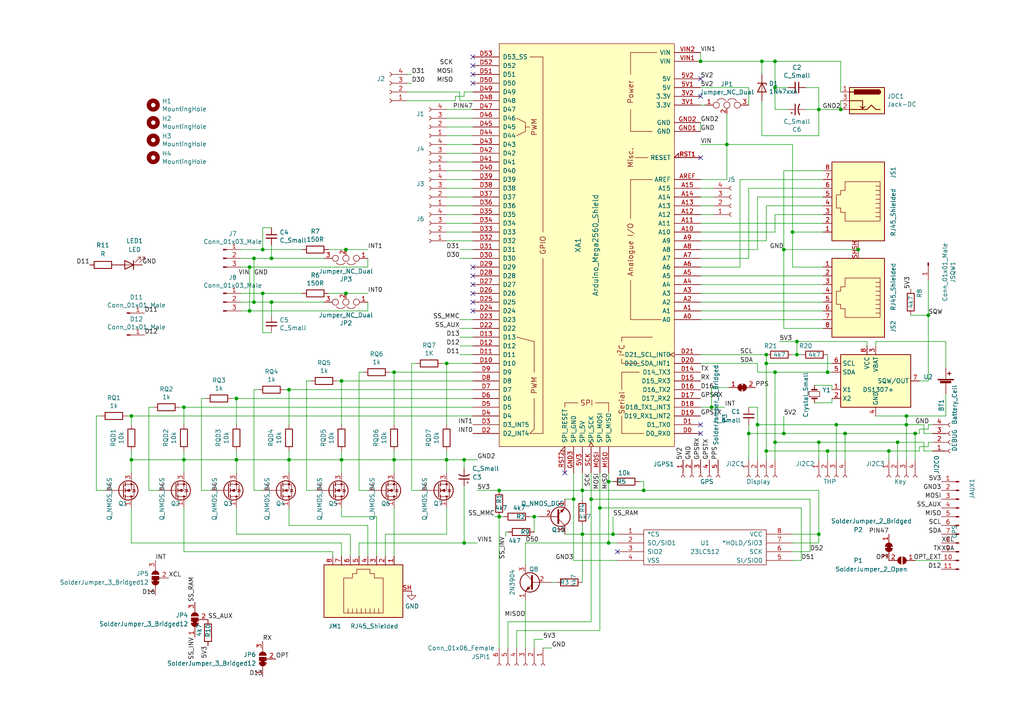
<source format=kicad_sch>
(kicad_sch (version 20211123) (generator eeschema)
  (paper "A4")
  (junction (at 224.79 17.78))
  (junction (at 237.49 154.94))
  (junction (at 144.78 149.86))
  (junction (at 210.82 41.91))
  (junction (at 53.34 133.35))
  (junction (at 134.62 133.35))
  (junction (at 176.53 139.7))
  (junction (at 134.62 157.48))
  (junction (at 73.66 74.93))
  (junction (at 129.54 105.41))
  (junction (at 206.375 118.11))
  (junction (at 100.33 85.09))
  (junction (at 260.35 128.27))
  (junction (at 53.34 118.11))
  (junction (at 154.94 149.86))
  (junction (at 224.79 107.95))
  (junction (at 114.3 107.95))
  (junction (at 248.92 72.39))
  (junction (at 76.2 85.09))
  (junction (at 99.06 110.49))
  (junction (at 203.2 17.78))
  (junction (at 224.79 128.27))
  (junction (at 262.89 120.65))
  (junction (at 237.49 128.27))
  (junction (at 237.49 31.75))
  (junction (at 173.99 147.32))
  (junction (at 78.74 87.63))
  (junction (at 222.25 130.81))
  (junction (at 245.11 125.73))
  (junction (at 240.03 107.95))
  (junction (at 227.33 125.73))
  (junction (at 269.24 91.44))
  (junction (at 166.37 144.78))
  (junction (at 38.1 133.35))
  (junction (at 176.53 157.48))
  (junction (at 231.14 102.87))
  (junction (at 217.17 125.73))
  (junction (at 231.14 99.06))
  (junction (at 72.39 77.47))
  (junction (at 240.03 130.81))
  (junction (at 73.66 87.63))
  (junction (at 265.43 125.73))
  (junction (at 100.33 72.39))
  (junction (at 114.3 133.35))
  (junction (at 78.74 74.93))
  (junction (at 38.1 120.65))
  (junction (at 83.82 133.35))
  (junction (at 224.79 25.4))
  (junction (at 168.91 142.24))
  (junction (at 219.71 123.19))
  (junction (at 171.45 144.78))
  (junction (at 168.91 154.94))
  (junction (at 144.78 142.24))
  (junction (at 242.57 123.19))
  (junction (at 257.81 130.81))
  (junction (at 227.33 72.39))
  (junction (at 68.58 133.35))
  (junction (at 177.8 154.94))
  (junction (at 72.39 90.17))
  (junction (at 220.98 17.78))
  (junction (at 262.89 123.19))
  (junction (at 186.69 142.24))
  (junction (at 222.25 105.41))
  (junction (at 222.25 102.87))
  (junction (at 68.58 115.57))
  (junction (at 243.84 31.75))
  (junction (at 83.82 113.03))
  (junction (at 229.87 67.31))
  (junction (at 76.2 72.39))
  (junction (at 129.54 133.35))
  (junction (at 99.06 133.35))
  (no_connect (at 137.16 24.13))
  (no_connect (at 203.2 27.94))
  (no_connect (at 163.83 137.16))
  (no_connect (at 137.16 85.09))
  (no_connect (at 137.16 21.59))
  (no_connect (at 203.2 45.72))
  (no_connect (at 137.16 80.01))
  (no_connect (at 137.16 77.47))
  (no_connect (at 137.16 19.05))
  (no_connect (at 137.16 82.55))
  (no_connect (at 137.16 16.51))
  (no_connect (at 203.2 22.86))
  (no_connect (at 137.16 87.63))
  (no_connect (at 137.16 90.17))
  (no_connect (at 203.2 125.73))
  (no_connect (at 203.2 123.19))
  (no_connect (at 179.07 160.02))
  (wire (pts (xy 137.16 120.65) (xy 38.1 120.65)))
  (wire (pts (xy 270.51 130.81) (xy 267.97 130.81)))
  (wire (pts (xy 68.58 130.81) (xy 68.58 133.35)))
  (wire (pts (xy 262.89 123.19) (xy 262.89 133.35)))
  (wire (pts (xy 237.49 142.24) (xy 237.49 154.94)))
  (wire (pts (xy 160.02 168.91) (xy 161.29 168.91)))
  (wire (pts (xy 220.98 29.21) (xy 220.98 39.37)))
  (wire (pts (xy 173.99 147.32) (xy 173.99 182.88)))
  (wire (pts (xy 177.8 154.94) (xy 177.8 149.86)))
  (wire (pts (xy 269.24 81.28) (xy 269.24 91.44)))
  (wire (pts (xy 203.2 67.31) (xy 224.79 67.31)))
  (wire (pts (xy 262.89 120.65) (xy 254 120.65)))
  (wire (pts (xy 43.18 142.24) (xy 45.72 142.24)))
  (wire (pts (xy 129.54 39.37) (xy 137.16 39.37)))
  (wire (pts (xy 129.54 52.07) (xy 137.16 52.07)))
  (wire (pts (xy 144.78 149.86) (xy 146.05 149.86)))
  (wire (pts (xy 114.3 137.16) (xy 114.3 133.35)))
  (wire (pts (xy 53.34 137.16) (xy 53.34 133.35)))
  (wire (pts (xy 267.97 130.81) (xy 267.97 128.27)))
  (wire (pts (xy 176.53 157.48) (xy 179.07 157.48)))
  (wire (pts (xy 114.3 133.35) (xy 129.54 133.35)))
  (wire (pts (xy 114.3 107.95) (xy 113.03 107.95)))
  (wire (pts (xy 88.9 142.24) (xy 91.44 142.24)))
  (wire (pts (xy 154.94 149.86) (xy 154.94 154.305)))
  (wire (pts (xy 257.81 130.81) (xy 257.81 133.35)))
  (wire (pts (xy 58.42 115.57) (xy 58.42 142.24)))
  (wire (pts (xy 99.06 137.16) (xy 99.06 133.35)))
  (wire (pts (xy 83.82 130.81) (xy 83.82 133.35)))
  (wire (pts (xy 203.2 72.39) (xy 219.71 72.39)))
  (wire (pts (xy 163.83 154.94) (xy 168.91 154.94)))
  (wire (pts (xy 129.54 123.19) (xy 129.54 105.41)))
  (wire (pts (xy 68.58 147.32) (xy 68.58 154.94)))
  (wire (pts (xy 58.42 142.24) (xy 60.96 142.24)))
  (wire (pts (xy 129.54 34.29) (xy 137.16 34.29)))
  (wire (pts (xy 203.2 17.78) (xy 220.98 17.78)))
  (wire (pts (xy 78.74 74.93) (xy 93.98 74.93)))
  (wire (pts (xy 237.49 25.4) (xy 233.68 25.4)))
  (wire (pts (xy 224.79 133.35) (xy 224.79 128.27)))
  (wire (pts (xy 203.2 85.09) (xy 238.76 85.09)))
  (wire (pts (xy 241.3 111.76) (xy 236.22 111.76)))
  (wire (pts (xy 269.24 124.46) (xy 269.24 123.19)))
  (wire (pts (xy 274.32 114.3) (xy 274.32 120.65)))
  (wire (pts (xy 176.53 139.7) (xy 176.53 157.48)))
  (wire (pts (xy 219.71 57.15) (xy 219.71 72.39)))
  (wire (pts (xy 78.74 66.04) (xy 76.2 66.04)))
  (wire (pts (xy 210.82 33.02) (xy 210.82 41.91)))
  (wire (pts (xy 219.71 107.95) (xy 219.71 105.41)))
  (wire (pts (xy 72.39 77.47) (xy 69.85 77.47)))
  (wire (pts (xy 269.24 91.44) (xy 264.16 91.44)))
  (wire (pts (xy 237.49 31.75) (xy 237.49 25.4)))
  (wire (pts (xy 269.24 128.27) (xy 269.24 129.54)))
  (wire (pts (xy 251.46 99.06) (xy 231.14 99.06)))
  (wire (pts (xy 207.01 57.15) (xy 203.2 57.15)))
  (wire (pts (xy 203.2 90.17) (xy 238.76 90.17)))
  (wire (pts (xy 111.76 154.94) (xy 129.54 154.94)))
  (wire (pts (xy 262.89 120.65) (xy 262.89 123.19)))
  (wire (pts (xy 83.82 137.16) (xy 83.82 133.35)))
  (wire (pts (xy 207.01 62.23) (xy 203.2 62.23)))
  (wire (pts (xy 83.82 152.4) (xy 106.68 152.4)))
  (wire (pts (xy 222.25 59.69) (xy 238.76 59.69)))
  (wire (pts (xy 138.43 157.48) (xy 134.62 157.48)))
  (wire (pts (xy 203.2 77.47) (xy 214.63 77.47)))
  (wire (pts (xy 171.45 144.78) (xy 234.95 144.78)))
  (wire (pts (xy 38.1 157.48) (xy 99.06 157.48)))
  (wire (pts (xy 229.87 102.87) (xy 231.14 102.87)))
  (wire (pts (xy 149.86 182.88) (xy 173.99 182.88)))
  (wire (pts (xy 44.45 118.11) (xy 43.18 118.11)))
  (wire (pts (xy 154.94 185.42) (xy 157.48 185.42)))
  (wire (pts (xy 237.49 39.37) (xy 237.49 31.75)))
  (wire (pts (xy 137.16 29.21) (xy 133.35 29.21)))
  (wire (pts (xy 240.03 107.95) (xy 241.3 107.95)))
  (wire (pts (xy 240.03 102.87) (xy 240.03 107.95)))
  (wire (pts (xy 206.375 112.395) (xy 211.455 112.395)))
  (wire (pts (xy 238.76 67.31) (xy 229.87 67.31)))
  (wire (pts (xy 129.54 133.35) (xy 129.54 137.16)))
  (wire (pts (xy 106.68 152.4) (xy 106.68 161.29)))
  (wire (pts (xy 269.24 123.19) (xy 270.51 123.19)))
  (wire (pts (xy 43.18 118.11) (xy 43.18 142.24)))
  (wire (pts (xy 206.375 118.11) (xy 210.185 118.11)))
  (wire (pts (xy 176.53 139.7) (xy 176.53 137.16)))
  (wire (pts (xy 104.14 107.95) (xy 104.14 142.24)))
  (wire (pts (xy 240.03 130.81) (xy 257.81 130.81)))
  (wire (pts (xy 138.43 142.24) (xy 144.78 142.24)))
  (wire (pts (xy 78.74 91.44) (xy 78.74 87.63)))
  (wire (pts (xy 100.33 85.09) (xy 106.68 85.09)))
  (wire (pts (xy 76.2 72.39) (xy 87.63 72.39)))
  (wire (pts (xy 203.2 118.11) (xy 206.375 118.11)))
  (wire (pts (xy 104.14 161.29) (xy 104.14 157.48)))
  (wire (pts (xy 177.8 139.7) (xy 176.53 139.7)))
  (wire (pts (xy 226.06 99.06) (xy 231.14 99.06)))
  (wire (pts (xy 27.94 120.65) (xy 27.94 142.24)))
  (wire (pts (xy 104.14 142.24) (xy 106.68 142.24)))
  (wire (pts (xy 232.41 147.32) (xy 232.41 162.56)))
  (wire (pts (xy 104.14 157.48) (xy 134.62 157.48)))
  (wire (pts (xy 119.38 21.59) (xy 118.11 21.59)))
  (wire (pts (xy 186.69 139.7) (xy 186.69 142.24)))
  (wire (pts (xy 222.25 105.41) (xy 222.25 102.87)))
  (wire (pts (xy 233.68 31.75) (xy 237.49 31.75)))
  (wire (pts (xy 129.54 31.75) (xy 137.16 31.75)))
  (wire (pts (xy 111.76 154.94) (xy 111.76 161.29)))
  (wire (pts (xy 203.2 17.78) (xy 203.2 15.24)))
  (wire (pts (xy 222.25 133.35) (xy 222.25 130.81)))
  (wire (pts (xy 83.82 152.4) (xy 83.82 147.32)))
  (wire (pts (xy 78.74 87.63) (xy 93.98 87.63)))
  (wire (pts (xy 217.17 133.35) (xy 217.17 125.73)))
  (wire (pts (xy 266.7 124.46) (xy 269.24 124.46)))
  (wire (pts (xy 168.91 154.94) (xy 168.91 152.4)))
  (wire (pts (xy 76.2 66.04) (xy 76.2 72.39)))
  (wire (pts (xy 203.2 30.48) (xy 204.47 30.48)))
  (wire (pts (xy 243.84 31.75) (xy 237.49 31.75)))
  (wire (pts (xy 241.3 116.84) (xy 236.22 116.84)))
  (wire (pts (xy 147.32 187.96) (xy 147.32 180.34)))
  (wire (pts (xy 53.34 118.11) (xy 137.16 118.11)))
  (wire (pts (xy 224.79 17.78) (xy 243.84 17.78)))
  (wire (pts (xy 95.25 72.39) (xy 100.33 72.39)))
  (wire (pts (xy 83.82 113.03) (xy 137.16 113.03)))
  (wire (pts (xy 53.34 123.19) (xy 53.34 118.11)))
  (wire (pts (xy 269.24 91.44) (xy 269.24 110.49)))
  (wire (pts (xy 203.2 80.01) (xy 238.76 80.01)))
  (wire (pts (xy 106.68 77.47) (xy 106.68 74.93)))
  (wire (pts (xy 101.6 154.94) (xy 101.6 161.29)))
  (wire (pts (xy 76.2 96.52) (xy 76.2 85.09)))
  (wire (pts (xy 38.1 137.16) (xy 38.1 133.35)))
  (wire (pts (xy 185.42 139.7) (xy 186.69 139.7)))
  (wire (pts (xy 231.14 102.87) (xy 232.41 102.87)))
  (wire (pts (xy 88.9 110.49) (xy 90.17 110.49)))
  (wire (pts (xy 137.16 54.61) (xy 129.54 54.61)))
  (wire (pts (xy 203.2 92.71) (xy 238.76 92.71)))
  (wire (pts (xy 207.01 54.61) (xy 203.2 54.61)))
  (wire (pts (xy 68.58 123.19) (xy 68.58 115.57)))
  (wire (pts (xy 96.52 161.29) (xy 96.52 160.02)))
  (wire (pts (xy 166.37 144.78) (xy 166.37 162.56)))
  (wire (pts (xy 243.84 17.78) (xy 243.84 26.67)))
  (wire (pts (xy 99.06 133.35) (xy 83.82 133.35)))
  (wire (pts (xy 133.35 74.93) (xy 137.16 74.93)))
  (wire (pts (xy 238.76 77.47) (xy 229.87 77.47)))
  (wire (pts (xy 227.33 72.39) (xy 227.33 95.25)))
  (wire (pts (xy 207.01 59.69) (xy 203.2 59.69)))
  (wire (pts (xy 82.55 113.03) (xy 83.82 113.03)))
  (wire (pts (xy 133.35 26.67) (xy 118.11 26.67)))
  (wire (pts (xy 129.54 130.81) (xy 129.54 133.35)))
  (wire (pts (xy 99.06 110.49) (xy 137.16 110.49)))
  (wire (pts (xy 144.78 142.24) (xy 168.91 142.24)))
  (wire (pts (xy 137.16 115.57) (xy 68.58 115.57)))
  (wire (pts (xy 146.685 154.305) (xy 146.685 155.575)))
  (wire (pts (xy 269.24 129.54) (xy 266.7 129.54)))
  (wire (pts (xy 72.39 77.47) (xy 106.68 77.47)))
  (wire (pts (xy 152.4 157.48) (xy 176.53 157.48)))
  (wire (pts (xy 254 99.06) (xy 274.32 99.06)))
  (wire (pts (xy 137.16 107.95) (xy 114.3 107.95)))
  (wire (pts (xy 53.34 160.02) (xy 96.52 160.02)))
  (wire (pts (xy 217.17 123.19) (xy 217.17 125.73)))
  (wire (pts (xy 224.79 25.4) (xy 224.79 17.78)))
  (wire (pts (xy 206.375 118.11) (xy 206.375 112.395)))
  (wire (pts (xy 227.33 95.25) (xy 238.76 95.25)))
  (wire (pts (xy 52.07 118.11) (xy 53.34 118.11)))
  (wire (pts (xy 129.54 133.35) (xy 134.62 133.35)))
  (wire (pts (xy 58.42 115.57) (xy 59.69 115.57)))
  (wire (pts (xy 69.85 74.93) (xy 73.66 74.93)))
  (wire (pts (xy 168.91 154.94) (xy 168.91 168.91)))
  (wire (pts (xy 38.1 120.65) (xy 36.83 120.65)))
  (wire (pts (xy 53.34 133.35) (xy 68.58 133.35)))
  (wire (pts (xy 73.66 74.93) (xy 73.66 87.63)))
  (wire (pts (xy 238.76 49.53) (xy 227.33 49.53)))
  (wire (pts (xy 73.66 74.93) (xy 78.74 74.93)))
  (wire (pts (xy 214.63 52.07) (xy 238.76 52.07)))
  (wire (pts (xy 132.08 27.94) (xy 134.62 27.94)))
  (wire (pts (xy 260.35 128.27) (xy 260.35 133.35)))
  (wire (pts (xy 69.85 85.09) (xy 76.2 85.09)))
  (wire (pts (xy 234.95 144.78) (xy 234.95 160.02)))
  (wire (pts (xy 222.25 59.69) (xy 222.25 69.85)))
  (wire (pts (xy 219.71 118.11) (xy 219.71 123.19)))
  (wire (pts (xy 68.58 133.35) (xy 83.82 133.35)))
  (wire (pts (xy 99.06 123.19) (xy 99.06 110.49)))
  (wire (pts (xy 134.62 140.97) (xy 134.62 157.48)))
  (wire (pts (xy 219.71 123.19) (xy 242.57 123.19)))
  (wire (pts (xy 171.45 144.78) (xy 171.45 137.16)))
  (wire (pts (xy 106.68 72.39) (xy 100.33 72.39)))
  (wire (pts (xy 243.84 29.21) (xy 243.84 31.75)))
  (wire (pts (xy 241.3 115.57) (xy 241.3 116.84)))
  (wire (pts (xy 121.92 142.24) (xy 119.38 142.24)))
  (wire (pts (xy 99.06 149.86) (xy 99.06 147.32)))
  (wire (pts (xy 83.82 123.19) (xy 83.82 113.03)))
  (wire (pts (xy 119.38 142.24) (xy 119.38 105.41)))
  (wire (pts (xy 118.11 24.13) (xy 119.38 24.13)))
  (wire (pts (xy 237.49 154.94) (xy 237.49 157.48)))
  (wire (pts (xy 224.79 62.23) (xy 224.79 67.31)))
  (wire (pts (xy 78.74 96.52) (xy 76.2 96.52)))
  (wire (pts (xy 266.7 110.49) (xy 269.24 110.49)))
  (wire (pts (xy 240.03 130.81) (xy 240.03 133.35)))
  (wire (pts (xy 137.16 41.91) (xy 129.54 41.91)))
  (wire (pts (xy 95.25 85.09) (xy 100.33 85.09)))
  (wire (pts (xy 254 99.06) (xy 254 100.33)))
  (wire (pts (xy 109.22 149.86) (xy 99.06 149.86)))
  (wire (pts (xy 237.49 154.94) (xy 229.87 154.94)))
  (wire (pts (xy 154.94 149.86) (xy 156.21 149.86)))
  (wire (pts (xy 134.62 133.35) (xy 138.43 133.35)))
  (wire (pts (xy 144.78 149.86) (xy 143.51 149.86)))
  (wire (pts (xy 99.06 133.35) (xy 114.3 133.35)))
  (wire (pts (xy 270.51 128.27) (xy 269.24 128.27)))
  (wire (pts (xy 72.39 77.47) (xy 72.39 90.17)))
  (wire (pts (xy 217.17 118.11) (xy 219.71 118.11)))
  (wire (pts (xy 237.49 128.27) (xy 260.35 128.27)))
  (wire (pts (xy 38.1 123.19) (xy 38.1 120.65)))
  (wire (pts (xy 68.58 137.16) (xy 68.58 133.35)))
  (wire (pts (xy 220.98 17.78) (xy 224.79 17.78)))
  (wire (pts (xy 240.03 130.81) (xy 222.25 130.81)))
  (wire (pts (xy 241.3 113.03) (xy 241.3 111.76)))
  (wire (pts (xy 242.57 133.35) (xy 242.57 123.19)))
  (wire (pts (xy 129.54 67.31) (xy 137.16 67.31)))
  (wire (pts (xy 227.33 49.53) (xy 227.33 72.39)))
  (wire (pts (xy 168.91 154.94) (xy 177.8 154.94)))
  (wire (pts (xy 133.35 100.33) (xy 137.16 100.33)))
  (wire (pts (xy 267.97 125.73) (xy 270.51 125.73)))
  (wire (pts (xy 129.54 64.77) (xy 137.16 64.77)))
  (wire (pts (xy 128.27 105.41) (xy 129.54 105.41)))
  (wire (pts (xy 99.06 130.81) (xy 99.06 133.35)))
  (wire (pts (xy 106.68 90.17) (xy 106.68 87.63)))
  (wire (pts (xy 137.16 97.79) (xy 133.35 97.79)))
  (wire (pts (xy 149.86 187.96) (xy 149.86 182.88)))
  (wire (pts (xy 88.9 110.49) (xy 88.9 142.24)))
  (wire (pts (xy 137.16 95.25) (xy 133.35 95.25)))
  (wire (pts (xy 73.66 113.03) (xy 73.66 142.24)))
  (wire (pts (xy 152.4 157.48) (xy 152.4 163.83)))
  (wire (pts (xy 69.85 72.39) (xy 76.2 72.39)))
  (wire (pts (xy 228.6 25.4) (xy 224.79 25.4)))
  (wire (pts (xy 147.32 180.34) (xy 171.45 180.34)))
  (wire (pts (xy 134.62 135.89) (xy 134.62 133.35)))
  (wire (pts (xy 114.3 130.81) (xy 114.3 133.35)))
  (wire (pts (xy 203.2 69.85) (xy 222.25 69.85)))
  (wire (pts (xy 154.94 187.96) (xy 154.94 185.42)))
  (wire (pts (xy 97.79 110.49) (xy 99.06 110.49)))
  (wire (pts (xy 129.54 49.53) (xy 137.16 49.53)))
  (wire (pts (xy 227.33 125.73) (xy 245.11 125.73)))
  (wire (pts (xy 68.58 154.94) (xy 101.6 154.94)))
  (wire (pts (xy 114.3 123.19) (xy 114.3 107.95)))
  (wire (pts (xy 99.06 161.29) (xy 99.06 157.48)))
  (wire (pts (xy 27.94 142.24) (xy 30.48 142.24)))
  (wire (pts (xy 237.49 133.35) (xy 237.49 128.27)))
  (wire (pts (xy 144.78 149.86) (xy 144.78 187.96)))
  (wire (pts (xy 38.1 130.81) (xy 38.1 133.35)))
  (wire (pts (xy 267.97 128.27) (xy 260.35 128.27)))
  (wire (pts (xy 203.2 82.55) (xy 238.76 82.55)))
  (wire (pts (xy 262.89 123.19) (xy 267.97 123.19)))
  (wire (pts (xy 227.33 125.73) (xy 227.33 120.65)))
  (wire (pts (xy 104.14 107.95) (xy 105.41 107.95)))
  (wire (pts (xy 228.6 31.75) (xy 224.79 31.75)))
  (wire (pts (xy 229.87 67.31) (xy 229.87 41.91)))
  (wire (pts (xy 171.45 180.34) (xy 171.45 144.78)))
  (wire (pts (xy 220.98 39.37) (xy 237.49 39.37)))
  (wire (pts (xy 163.83 144.78) (xy 166.37 144.78)))
  (wire (pts (xy 114.3 147.32) (xy 114.3 161.29)))
  (wire (pts (xy 186.69 142.24) (xy 237.49 142.24)))
  (wire (pts (xy 227.33 72.39) (xy 248.92 72.39)))
  (wire (pts (xy 129.54 44.45) (xy 137.16 44.45)))
  (wire (pts (xy 137.16 36.83) (xy 129.54 36.83)))
  (wire (pts (xy 168.91 142.24) (xy 186.69 142.24)))
  (wire (pts (xy 168.91 137.16) (xy 168.91 142.24)))
  (wire (pts (xy 267.97 123.19) (xy 267.97 125.73)))
  (wire (pts (xy 222.25 105.41) (xy 241.3 105.41)))
  (wire (pts (xy 133.35 29.21) (xy 133.35 26.67)))
  (wire (pts (xy 137.16 46.99) (xy 129.54 46.99)))
  (wire (pts (xy 229.87 41.91) (xy 210.82 41.91)))
  (wire (pts (xy 76.2 85.09) (xy 87.63 85.09)))
  (wire (pts (xy 157.48 187.96) (xy 160.02 187.96)))
  (wire (pts (xy 73.66 142.24) (xy 76.2 142.24)))
  (wire (pts (xy 219.71 123.19) (xy 219.71 133.35)))
  (wire (pts (xy 274.32 106.68) (xy 274.32 99.06)))
  (wire (pts (xy 69.85 87.63) (xy 73.66 87.63)))
  (wire (pts (xy 217.17 54.61) (xy 217.17 74.93)))
  (wire (pts (xy 222.25 102.87) (xy 203.2 102.87)))
  (wire (pts (xy 153.67 149.86) (xy 154.94 149.86)))
  (wire (pts (xy 266.7 125.73) (xy 266.7 124.46)))
  (wire (pts (xy 168.91 142.24) (xy 168.91 144.78)))
  (wire (pts (xy 265.43 162.56) (xy 273.05 162.56)))
  (wire (pts (xy 229.87 77.47) (xy 229.87 67.31)))
  (wire (pts (xy 217.17 125.73) (xy 227.33 125.73)))
  (wire (pts (xy 173.99 147.32) (xy 232.41 147.32)))
  (wire (pts (xy 73.66 113.03) (xy 74.93 113.03)))
  (wire (pts (xy 220.98 17.78) (xy 220.98 21.59)))
  (wire (pts (xy 129.54 69.85) (xy 137.16 69.85)))
  (wire (pts (xy 203.2 74.93) (xy 217.17 74.93)))
  (wire (pts (xy 265.43 125.73) (xy 266.7 125.73)))
  (wire (pts (xy 266.7 129.54) (xy 266.7 130.81)))
  (wire (pts (xy 242.57 123.19) (xy 262.89 123.19)))
  (wire (pts (xy 68.58 115.57) (xy 67.31 115.57)))
  (wire (pts (xy 166.37 137.16) (xy 166.37 144.78)))
  (wire (pts (xy 137.16 72.39) (xy 133.35 72.39)))
  (wire (pts (xy 69.85 90.17) (xy 72.39 90.17)))
  (wire (pts (xy 231.14 102.87) (xy 231.14 99.06)))
  (wire (pts (xy 238.76 54.61) (xy 217.17 54.61)))
  (wire (pts (xy 274.32 120.65) (xy 262.89 120.65)))
  (wire (pts (xy 129.54 59.69) (xy 137.16 59.69)))
  (wire (pts (xy 147.32 154.305) (xy 146.685 154.305)))
  (wire (pts (xy 210.82 52.07) (xy 210.82 41.91)))
  (wire (pts (xy 217.17 25.4) (xy 217.17 30.48)))
  (wire (pts (xy 245.11 133.35) (xy 245.11 125.73)))
  (wire (pts (xy 203.2 87.63) (xy 238.76 87.63)))
  (wire (pts (xy 129.54 62.23) (xy 137.16 62.23)))
  (wire (pts (xy 245.11 125.73) (xy 265.43 125.73)))
  (wire (pts (xy 224.79 31.75) (xy 224.79 25.4)))
  (wire (pts (xy 73.66 87.63) (xy 78.74 87.63)))
  (wire (pts (xy 173.99 137.16) (xy 173.99 147.32)))
  (wire (pts (xy 203.2 25.4) (xy 217.17 25.4)))
  (wire (pts (xy 133.35 92.71) (xy 137.16 92.71)))
  (wire (pts (xy 166.37 162.56) (xy 179.07 162.56)))
  (wire (pts (xy 109.22 161.29) (xy 109.22 149.86)))
  (wire (pts (xy 53.34 147.32) (xy 53.34 160.02)))
  (wire (pts (xy 78.74 71.12) (xy 78.74 74.93)))
  (wire (pts (xy 53.34 130.81) (xy 53.34 133.35)))
  (wire (pts (xy 224.79 128.27) (xy 224.79 107.95)))
  (wire (pts (xy 132.08 29.21) (xy 132.08 27.94)))
  (wire (pts (xy 266.7 130.81) (xy 257.81 130.81)))
  (wire (pts (xy 129.54 57.15) (xy 137.16 57.15)))
  (wire (pts (xy 203.2 35.56) (xy 203.2 38.1)))
  (wire (pts (xy 219.71 107.95) (xy 224.79 107.95)))
  (wire (pts (xy 224.79 62.23) (xy 238.76 62.23)))
  (wire (pts (xy 133.35 102.87) (xy 137.16 102.87)))
  (wire (pts (xy 203.2 105.41) (xy 219.71 105.41)))
  (wire (pts (xy 38.1 133.35) (xy 53.34 133.35)))
  (wire (pts (xy 219.71 57.15) (xy 238.76 57.15)))
  (wire (pts (xy 152.4 173.99) (xy 152.4 187.96)))
  (wire (pts (xy 214.63 52.07) (xy 214.63 77.47)))
  (wire (pts (xy 38.1 157.48) (xy 38.1 147.32)))
  (wire (pts (xy 234.95 160.02) (xy 229.87 160.02)))
  (wire (pts (xy 29.21 120.65) (xy 27.94 120.65)))
  (wire (pts (xy 210.82 41.91) (xy 203.2 41.91)))
  (wire (pts (xy 118.11 29.21) (xy 132.08 29.21)))
  (wire (pts (xy 177.8 154.94) (xy 179.07 154.94)))
  (wire (pts (xy 203.2 52.07) (xy 210.82 52.07)))
  (wire (pts (xy 251.46 100.33) (xy 251.46 99.06)))
  (wire (pts (xy 224.79 107.95) (xy 240.03 107.95)))
  (wire (pts (xy 237.49 128.27) (xy 224.79 128.27)))
  (wire (pts (xy 119.38 105.41) (xy 120.65 105.41)))
  (wire (pts (xy 134.62 26.67) (xy 137.16 26.67)))
  (wire (pts (xy 203.2 64.77) (xy 238.76 64.77)))
  (wire (pts (xy 237.49 157.48) (xy 229.87 157.48)))
  (wire (pts (xy 72.39 90.17) (xy 106.68 90.17)))
  (wire (pts (xy 129.54 105.41) (xy 137.16 105.41)))
  (wire (pts (xy 129.54 147.32) (xy 129.54 154.94)))
  (wire (pts (xy 134.62 27.94) (xy 134.62 26.67)))
  (wire (pts (xy 232.41 162.56) (xy 229.87 162.56)))
  (wire (pts (xy 265.43 125.73) (xy 265.43 133.35)))
  (wire (pts (xy 222.25 130.81) (xy 222.25 105.41)))
  (label "5V3" (at 138.43 142.24 0))
  (label "SDA" (at 214.63 105.41 0))
  (label "MISO" (at 273.05 149.86 180))
  (label "SCL" (at 273.05 152.4 180))
  (label "5V3" (at 60.325 187.325 270))
  (label "INT0" (at 137.16 125.73 180))
  (label "D30" (at 133.35 74.93 180))
  (label "GND3" (at 166.37 162.56 180))
  (label "GND" (at 265.43 123.19 0))
  (label "GND2" (at 243.84 31.75 180))
  (label "PPS" (at 208.28 133.35 90))
  (label "GPSRX" (at 203.2 133.35 90))
  (label "SS_INV" (at 56.515 184.785 270))
  (label "5V2" (at 203.2 25.4 0))
  (label "PIN47" (at 137.16 31.75 180))
  (label "PIN47" (at 257.81 154.94 180))
  (label "RX" (at 76.2 186.055 0))
  (label "D11" (at 26.035 76.835 180))
  (label "D11" (at 41.91 90.805 0))
  (label "GND2" (at 203.2 35.56 0))
  (label "GND" (at 200.66 133.35 90))
  (label "5V3" (at 157.48 185.42 0))
  (label "D31" (at 119.38 21.59 0))
  (label "VIN" (at 72.39 80.01 180))
  (label "5V2" (at 203.2 22.86 0))
  (label "D12" (at 273.05 165.1 180))
  (label "GND3" (at 273.05 142.24 180))
  (label "PPS" (at 219.075 112.395 0))
  (label "D13" (at 133.35 97.79 180))
  (label "D16" (at 203.2 113.03 0))
  (label "GPSTX" (at 205.74 133.35 90))
  (label "D16" (at 45.085 172.72 180))
  (label "MOSI" (at 273.05 144.78 180))
  (label "D13" (at 76.2 196.215 180))
  (label "SS_RAM" (at 56.515 174.625 90))
  (label "5V2" (at 198.12 133.35 90))
  (label "VIN1" (at 203.2 15.24 0))
  (label "MISDO" (at 152.4 179.07 180))
  (label "GPSTX" (at 203.2 120.65 0))
  (label "TX" (at 203.2 107.95 0))
  (label "RX" (at 203.2 110.49 0))
  (label "MISO" (at 131.445 24.13 180))
  (label "5V3" (at 273.05 139.7 180))
  (label "VIN1" (at 138.43 157.48 0))
  (label "INT" (at 45.085 162.56 0))
  (label "D30" (at 119.38 24.13 0))
  (label "OPT" (at 257.81 162.56 180))
  (label "GND" (at 41.275 76.835 0))
  (label "MISO" (at 176.53 137.16 270))
  (label "XCL" (at 273.05 157.48 0))
  (label "GND" (at 203.2 38.1 0))
  (label "INT1" (at 106.68 72.39 0))
  (label "D11" (at 133.35 102.87 180))
  (label "SS_MMC" (at 143.51 149.86 180))
  (label "D51" (at 232.41 162.56 0))
  (label "SCL" (at 214.63 102.87 0))
  (label "D31" (at 133.35 72.39 180))
  (label "MOSI" (at 131.445 21.59 180))
  (label "SS_MMC" (at 133.35 92.71 180))
  (label "GND" (at 160.02 187.96 0))
  (label "GPSRX" (at 203.2 115.57 0))
  (label "5V2" (at 227.33 120.65 0))
  (label "5V3" (at 226.06 99.06 0))
  (label "GND2" (at 138.43 133.35 0))
  (label "SS_INV" (at 146.685 155.575 270))
  (label "INT" (at 210.185 118.11 0))
  (label "INT1" (at 137.16 123.19 180))
  (label "SCK" (at 131.445 19.05 180))
  (label "GND" (at 73.66 80.01 0))
  (label "5V3" (at 264.16 83.82 90))
  (label "SDA" (at 273.05 154.94 180))
  (label "D12" (at 41.91 97.155 0))
  (label "TX" (at 273.05 160.02 180))
  (label "XDA" (at 273.05 160.02 0))
  (label "D12" (at 133.35 100.33 180))
  (label "SCK" (at 171.45 137.16 270))
  (label "OPT" (at 80.01 191.135 0))
  (label "SS_RAM" (at 177.8 149.86 0))
  (label "XCL" (at 48.895 167.64 0))
  (label "VIN" (at 203.2 41.91 0))
  (label "SS_AUX" (at 273.05 147.32 180))
  (label "D52" (at 234.95 160.02 0))
  (label "GND" (at 227.33 72.39 180))
  (label "SS_AUX" (at 60.325 179.705 0))
  (label "MOSI" (at 173.99 137.16 270))
  (label "INT0" (at 106.68 85.09 0))
  (label "OPT_EXT" (at 273.05 162.56 180))
  (label "SQW" (at 269.24 91.44 0))
  (label "D50" (at 152.4 157.48 0))
  (label "SS_AUX" (at 133.35 95.25 180))
  (symbol (lib_id "Arduino:Arduino_Mega2560_Embed") (at 182.88 78.74 90) (unit 1)
    (property "Reference" "XA1" (at 167.64 71.12 0) (effects (font (size 1.524 1.524))))
    (property "Value" "Arduino_Mega2560_Shield" (at 172.72 71.12 0) (effects (font (size 1.524 1.524))))
    (property "Footprint" "Socket:Arduino_2560_Mega_Embad" (effects hide))
    (property "Datasheet" "https://store.arduino.cc/arduino-mega-2560-rev3" (effects hide))
  )
  (symbol (lib_id "Connector:Conn_01x04_Female") (at 124.46 36.83 180) (unit 1)
    (property "Reference" "J1" (at 121.92 33.02 0))
    (property "Value" "Conn_01x04_Female" (effects hide))
    (property "Footprint" "Connector_JST:JST_XH_B4B-XH-A_1x04_P2.50mm_Vertical" (effects hide))
  )
  (symbol (lib_id "Connector:Conn_01x04_Female") (at 113.03 26.67 180) (unit 1)
    (property "Reference" "J2" (at 110.49 22.86 0))
    (property "Value" "Conn_01x04_Female" (effects hide))
    (property "Footprint" "Connector_JST:JST_XH_B4B-XH-A_1x04_P2.50mm_Vertical" (effects hide))
  )
  (symbol (lib_id "Device:Battery_Cell") (at 274.32 111.76 0) (unit 1)
    (property "Reference" "BT1" (at 273.05 119.38 90) (effects (justify left)))
    (property "Value" "Battery_Cell" (at 276.86 123.19 90) (effects (justify left)))
    (property "Footprint" "Battery:BatteryHolder_Keystone_2998_1x6.8mm" (effects hide))
  )
  (symbol (lib_id "Connector:Conn_01x06_Female") (at 152.4 193.04 270) (unit 1)
    (property "Reference" "JSPI1" (at 142.24 190.5 90) (effects (justify right)))
    (property "Value" "Conn_01x06_Female" (at 143.51 187.96 90) (effects (justify right)))
    (property "Footprint" "Connector_PinSocket_2.54mm:PinSocket_1x06_P2.54mm_Horizontal_SDREADER_KEEPOUT" (effects hide))
  )
  (symbol (lib_id "Device:R") (at 33.02 120.65 270) (mirror x) (unit 1)
    (property "Reference" "RQ1" (at 33.02 115.3922 90))
    (property "Value" "1k" (at 33.02 117.7036 90))
    (property "Footprint" "Resistor_THT:R_Axial_DIN0207_L6.3mm_D2.5mm_P7.62mm_Horizontal" (effects hide))
  )
  (symbol (lib_id "Device:Q_NMOS_DGS") (at 35.56 142.24 0) (mirror x) (unit 1)
    (property "Reference" "Q1" (at 34.29 146.05 0) (effects (justify left)))
    (property "Value" "Q_NMOS_DGS" (at 31.75 138.43 90) (effects (justify left)))
    (property "Footprint" "Package_TO_SOT_THT:TO-92L_Inline_Wide_Flat" (effects hide))
  )
  (symbol (lib_id "Device:Q_NMOS_DGS") (at 50.8 142.24 0) (mirror x) (unit 1)
    (property "Reference" "Q2" (at 49.53 146.05 0) (effects (justify left)))
    (property "Value" "Q_NMOS_DGS" (at 46.99 138.43 90) (effects (justify left)))
    (property "Footprint" "Package_TO_SOT_THT:TO-92L_Inline_Wide_Flat" (effects hide))
  )
  (symbol (lib_id "Connector:Conn_01x04_Female") (at 124.46 46.99 180) (unit 1)
    (property "Reference" "J4" (at 121.92 43.18 0))
    (property "Value" "Conn_01x04_Female" (effects hide))
    (property "Footprint" "Connector_JST:JST_XH_B4B-XH-A_1x04_P2.50mm_Vertical" (effects hide))
  )
  (symbol (lib_id "Connector:Conn_01x04_Female") (at 124.46 57.15 180) (unit 1)
    (property "Reference" "J3" (at 121.92 53.34 0))
    (property "Value" "Conn_01x04_Female" (effects hide))
    (property "Footprint" "Connector_JST:JST_XH_B4B-XH-A_1x04_P2.50mm_Vertical" (effects hide))
  )
  (symbol (lib_id "Connector:Conn_01x04_Female") (at 124.46 67.31 180) (unit 1)
    (property "Reference" "J6" (at 121.92 63.5 0))
    (property "Value" "Conn_01x04_Female" (effects hide))
    (property "Footprint" "Connector_JST:JST_XH_B4B-XH-A_1x04_P2.50mm_Vertical" (effects hide))
  )
  (symbol (lib_id "Connector:Conn_01x04_Female") (at 212.09 59.69 0) (mirror x) (unit 1)
    (property "Reference" "J5" (at 212.09 52.07 0))
    (property "Value" "Conn_01x04_Female" (effects hide))
    (property "Footprint" "Connector_JST:JST_XH_B4B-XH-A_1x04_P2.50mm_Vertical" (effects hide))
  )
  (symbol (lib_id "Device:R") (at 48.26 118.11 270) (mirror x) (unit 1)
    (property "Reference" "RQ2" (at 48.26 112.8522 90))
    (property "Value" "1k" (at 48.26 115.1636 90))
    (property "Footprint" "Resistor_THT:R_Axial_DIN0207_L6.3mm_D2.5mm_P7.62mm_Horizontal" (effects hide))
  )
  (symbol (lib_id "Device:R") (at 78.74 113.03 270) (mirror x) (unit 1)
    (property "Reference" "RQ4" (at 78.74 107.7722 90))
    (property "Value" "1k" (at 78.74 110.0836 90))
    (property "Footprint" "Resistor_THT:R_Axial_DIN0207_L6.3mm_D2.5mm_P7.62mm_Horizontal" (effects hide))
  )
  (symbol (lib_id "Device:R") (at 63.5 115.57 270) (mirror x) (unit 1)
    (property "Reference" "RQ3" (at 63.5 110.3122 90))
    (property "Value" "1k" (at 63.5 112.6236 90))
    (property "Footprint" "Resistor_THT:R_Axial_DIN0207_L6.3mm_D2.5mm_P7.62mm_Horizontal" (effects hide))
  )
  (symbol (lib_id "Device:R") (at 109.22 107.95 270) (unit 1)
    (property "Reference" "RQ6" (at 109.22 102.6922 90))
    (property "Value" "1k" (at 109.22 105.0036 90))
    (property "Footprint" "Resistor_THT:R_Axial_DIN0207_L6.3mm_D2.5mm_P7.62mm_Horizontal" (effects hide))
  )
  (symbol (lib_id "Device:R") (at 93.98 110.49 270) (unit 1)
    (property "Reference" "RQ5" (at 93.98 105.2322 90))
    (property "Value" "1k" (at 93.98 107.5436 90))
    (property "Footprint" "Resistor_THT:R_Axial_DIN0207_L6.3mm_D2.5mm_P7.62mm_Horizontal" (effects hide))
  )
  (symbol (lib_id "Device:C_Small") (at 217.17 120.65 0) (unit 1)
    (property "Reference" "C1" (at 212.09 119.38 0) (effects (justify left)))
    (property "Value" "C_Small" (at 207.01 121.92 0) (effects (justify left)))
    (property "Footprint" "Capacitor_THT:C_Disc_D3.0mm_W1.6mm_P2.50mm" (effects hide))
  )
  (symbol (lib_id "Device:Q_NMOS_DGS") (at 81.28 142.24 0) (mirror x) (unit 1)
    (property "Reference" "Q4" (at 80.01 146.05 0) (effects (justify left)))
    (property "Value" "Q_NMOS_DGS" (at 77.47 138.43 90) (effects (justify left)))
    (property "Footprint" "Package_TO_SOT_THT:TO-92L_Inline_Wide_Flat" (effects hide))
  )
  (symbol (lib_id "Device:Q_NMOS_DGS") (at 66.04 142.24 0) (mirror x) (unit 1)
    (property "Reference" "Q3" (at 64.77 146.05 0) (effects (justify left)))
    (property "Value" "Q_NMOS_DGS" (at 62.23 138.43 90) (effects (justify left)))
    (property "Footprint" "Package_TO_SOT_THT:TO-92L_Inline_Wide_Flat" (effects hide))
  )
  (symbol (lib_id "Device:Q_NMOS_DGS") (at 111.76 142.24 0) (mirror x) (unit 1)
    (property "Reference" "Q6" (at 110.49 146.05 0) (effects (justify left)))
    (property "Value" "Q_NMOS_DGS" (at 107.95 138.43 90) (effects (justify left)))
    (property "Footprint" "Package_TO_SOT_THT:TO-92L_Inline_Wide_Flat" (effects hide))
  )
  (symbol (lib_id "Device:Q_NMOS_DGS") (at 96.52 142.24 0) (mirror x) (unit 1)
    (property "Reference" "Q5" (at 95.25 146.05 0) (effects (justify left)))
    (property "Value" "Q_NMOS_DGS" (at 92.71 138.43 90) (effects (justify left)))
    (property "Footprint" "Package_TO_SOT_THT:TO-92L_Inline_Wide_Flat" (effects hide))
  )
  (symbol (lib_id "Device:C_Small") (at 231.14 25.4 270) (unit 1)
    (property "Reference" "C2" (at 231.14 19.5834 90))
    (property "Value" "C_Small" (at 231.14 21.8948 90))
    (property "Footprint" "Capacitor_THT:C_Disc_D3.0mm_W1.6mm_P2.50mm" (effects hide))
  )
  (symbol (lib_id "Device:R") (at 144.78 146.05 0) (unit 1)
    (property "Reference" "R1" (at 144.78 146.05 90) (effects (justify left)))
    (property "Value" "4k7" (at 143.51 147.32 0) (effects (justify left)))
    (property "Footprint" "Resistor_THT:R_Axial_DIN0204_L3.6mm_D1.6mm_P5.08mm_Horizontal" (effects hide))
  )
  (symbol (lib_id "Connector:Conn_01x01_Male") (at 36.83 97.155 0) (unit 1)
    (property "Reference" "D12" (at 39.5732 92.5576 0))
    (property "Value" "Conn_01x01_Male" (at 39.5732 94.869 0))
    (property "Footprint" "Connector_PinHeader_2.54mm:PinHeader_1x01_P2.54mm_Vertical" (effects hide))
  )
  (symbol (lib_id "Connector:RJ45_Shielded") (at 248.92 59.69 0) (mirror y) (unit 1)
    (property "Reference" "JS1" (at 259.08 48.26 90) (effects (justify right)))
    (property "Value" "RJ45_Shielded" (at 259.08 54.61 90) (effects (justify right)))
    (property "Footprint" "Connector_RJ:RJ45_Ninigi_GE1" (effects hide))
  )
  (symbol (lib_id "Device:R") (at 91.44 85.09 90) (unit 1)
    (property "Reference" "R6" (at 91.44 79.8322 90))
    (property "Value" "150R" (at 91.44 82.1436 90))
    (property "Footprint" "Resistor_THT:R_Axial_DIN0207_L6.3mm_D2.5mm_P2.54mm_Vertical" (effects hide))
  )
  (symbol (lib_id "Device:R") (at 91.44 72.39 270) (unit 1)
    (property "Reference" "R7" (at 91.44 67.1322 90))
    (property "Value" "150R" (at 91.44 69.4436 90))
    (property "Footprint" "Resistor_THT:R_Axial_DIN0207_L6.3mm_D2.5mm_P2.54mm_Vertical" (effects hide))
  )
  (symbol (lib_id "Device:R") (at 165.1 168.91 90) (unit 1)
    (property "Reference" "R3" (at 165.1 168.91 90) (effects (justify left)))
    (property "Value" "4k7" (at 166.37 170.18 0) (effects (justify left)))
    (property "Footprint" "Resistor_THT:R_Axial_DIN0204_L3.6mm_D1.6mm_P2.54mm_Vertical" (effects hide))
  )
  (symbol (lib_id "Device:Jumper_NC_Dual") (at 100.33 74.93 180) (unit 1)
    (property "Reference" "JP3" (at 100.33 81.0006 0))
    (property "Value" "Jumper_NC_Dual" (at 100.33 78.6892 0))
    (property "Footprint" "Connector_PinHeader_2.54mm:PinHeader_1x03_P2.54mm_Vertical" (effects hide))
  )
  (symbol (lib_id "Memory_RAM:23LC512") (at 204.47 158.75 0) (unit 1)
    (property "Reference" "U1" (at 204.47 157.48 0))
    (property "Value" "23LC512" (at 204.47 160.02 0))
    (property "Footprint" "Package_DIP:DIP-8_W7.62mm" (effects hide))
  )
  (symbol (lib_id "Device:R") (at 168.91 148.59 180) (unit 1)
    (property "Reference" "R4" (at 168.91 146.05 90) (effects (justify left)))
    (property "Value" "4k7" (at 171.45 149.86 0) (effects (justify left)))
    (property "Footprint" "Resistor_THT:R_Axial_DIN0204_L3.6mm_D1.6mm_P5.08mm_Horizontal" (effects hide))
  )
  (symbol (lib_id "Connector:RJ45_Shielded") (at 248.92 85.09 180) (unit 1)
    (property "Reference" "JS2" (at 259.08 96.52 90) (effects (justify right)))
    (property "Value" "RJ45_Shielded" (at 259.08 90.17 90) (effects (justify right)))
    (property "Footprint" "Connector_RJ:RJ45_Ninigi_GE1" (effects hide))
  )
  (symbol (lib_id "Connector:Conn_01x03_Male") (at 64.77 74.93 0) (unit 1)
    (property "Reference" "J7" (at 67.5132 67.7926 0))
    (property "Value" "Conn_01x03_Male" (at 67.5132 70.104 0))
    (property "Footprint" "Connector_JST:JST_EH_S3B-EH_1x03_P2.50mm_Horizontal" (effects hide))
  )
  (symbol (lib_id "Connector:Conn_01x03_Male") (at 64.77 87.63 0) (unit 1)
    (property "Reference" "J8" (at 67.5132 80.4926 0))
    (property "Value" "Conn_01x03_Male" (at 67.5132 82.804 0))
    (property "Footprint" "Connector_JST:JST_EH_S3B-EH_1x03_P2.50mm_Horizontal" (effects hide))
  )
  (symbol (lib_id "Timer_RTC:DS1307+") (at 254 110.49 0) (unit 1)
    (property "Reference" "U2" (at 267.8176 109.3216 0) (effects (justify left)))
    (property "Value" "DS1307+" (at 250.19 113.03 0) (effects (justify left)))
    (property "Footprint" "Package_DIP:DIP-8_W7.62mm" (effects hide))
    (property "Datasheet" "https://datasheets.maximintegrated.com/en/ds/DS1307.pdf" (effects hide))
  )
  (symbol (lib_id "Device:R") (at 226.06 102.87 270) (unit 1)
    (property "Reference" "R21" (at 223.52 100.33 90))
    (property "Value" "4k7" (at 226.06 102.87 90))
    (property "Footprint" "Resistor_THT:R_Axial_DIN0204_L3.6mm_D1.6mm_P5.08mm_Horizontal" (effects hide))
  )
  (symbol (lib_id "Device:R") (at 236.22 102.87 270) (unit 1)
    (property "Reference" "R20" (at 233.68 100.33 90))
    (property "Value" "4k7" (at 236.22 102.87 90))
    (property "Footprint" "Resistor_THT:R_Axial_DIN0204_L3.6mm_D1.6mm_P5.08mm_Horizontal" (effects hide))
  )
  (symbol (lib_id "Device:Crystal_Small") (at 236.22 114.3 270) (unit 1)
    (property "Reference" "Y1" (at 238.4552 113.1316 90) (effects (justify left)))
    (property "Value" "Crystal_Small" (at 233.68 107.95 0) (effects (justify left)))
    (property "Footprint" "Crystal:Crystal_DS10_D1.0mm_L4.3mm_Vertical" (effects hide))
  )
  (symbol (lib_id "Device:Jumper_NC_Dual") (at 100.33 87.63 180) (unit 1)
    (property "Reference" "JP2" (at 100.33 93.7006 0))
    (property "Value" "Jumper_NC_Dual" (at 100.33 91.3892 0))
    (property "Footprint" "Connector_PinHeader_2.54mm:PinHeader_1x03_P2.54mm_Vertical" (effects hide))
  )
  (symbol (lib_id "Mechanical:MountingHole") (at 44.45 30.48 0) (unit 1)
    (property "Reference" "H1" (at 46.99 29.3116 0) (effects (justify left)))
    (property "Value" "MountingHole" (at 46.99 31.623 0) (effects (justify left)))
    (property "Footprint" "MountingHole:MountingHole_2.2mm_M2_ISO14580_Pad_TopBottom" (effects hide))
  )
  (symbol (lib_id "Mechanical:MountingHole") (at 44.45 35.56 0) (unit 1)
    (property "Reference" "H2" (at 46.99 34.3916 0) (effects (justify left)))
    (property "Value" "MountingHole" (at 46.99 36.703 0) (effects (justify left)))
    (property "Footprint" "MountingHole:MountingHole_2.2mm_M2_ISO14580_Pad_TopBottom" (effects hide))
  )
  (symbol (lib_id "Mechanical:MountingHole") (at 44.45 40.64 0) (unit 1)
    (property "Reference" "H3" (at 46.99 39.4716 0) (effects (justify left)))
    (property "Value" "MountingHole" (at 46.99 41.783 0) (effects (justify left)))
    (property "Footprint" "MountingHole:MountingHole_2.2mm_M2_ISO14580_Pad_TopBottom" (effects hide))
  )
  (symbol (lib_id "Mechanical:MountingHole") (at 44.45 45.72 0) (unit 1)
    (property "Reference" "H4" (at 46.99 44.5516 0) (effects (justify left)))
    (property "Value" "MountingHole" (at 46.99 46.863 0) (effects (justify left)))
    (property "Footprint" "MountingHole:MountingHole_2.2mm_M2_ISO14580_Pad_TopBottom" (effects hide))
  )
  (symbol (lib_id "Device:Jumper_NC_Dual") (at 210.82 30.48 0) (unit 1)
    (property "Reference" "JP1" (at 210.82 24.4094 0))
    (property "Value" "Jumper_NC_Dual" (at 210.82 26.7208 0))
    (property "Footprint" "Connector_PinHeader_2.54mm:PinHeader_1x03_P2.54mm_Vertical" (effects hide))
  )
  (symbol (lib_id "Device:CP1_Small") (at 134.62 138.43 180) (unit 1)
    (property "Reference" "C3" (at 139.7 138.43 0) (effects (justify left)))
    (property "Value" "C_Small" (at 144.78 135.89 0) (effects (justify left)))
    (property "Footprint" "Capacitor_THT:CP_Radial_D4.0mm_P2.00mm" (effects hide))
  )
  (symbol (lib_id "Device:C_Small") (at 78.74 68.58 0) (unit 1)
    (property "Reference" "C4" (at 81.0768 67.4116 0) (effects (justify left)))
    (property "Value" "C_Small" (at 81.0768 69.723 0) (effects (justify left)))
    (property "Footprint" "Capacitor_THT:C_Disc_D4.3mm_W1.9mm_P5.00mm" (effects hide))
  )
  (symbol (lib_id "Device:C_Small") (at 78.74 93.98 0) (unit 1)
    (property "Reference" "C5" (at 81.0768 92.8116 0) (effects (justify left)))
    (property "Value" "C_Small" (at 81.0768 95.123 0) (effects (justify left)))
    (property "Footprint" "Capacitor_THT:C_Disc_D4.3mm_W1.9mm_P5.00mm" (effects hide))
  )
  (symbol (lib_id "Device:CP1_Small") (at 231.14 31.75 90) (unit 1)
    (property "Reference" "C6" (at 231.14 37.5666 90))
    (property "Value" "C_Small" (at 231.14 35.2552 90))
    (property "Footprint" "Capacitor_THT:CP_Radial_D4.0mm_P2.00mm" (effects hide))
  )
  (symbol (lib_id "Connector:RJ45_Shielded") (at 106.68 171.45 90) (unit 1)
    (property "Reference" "JM1" (at 95.25 181.61 90) (effects (justify right)))
    (property "Value" "RJ45_Shielded" (at 101.6 181.61 90) (effects (justify right)))
    (property "Footprint" "Connector_RJ:RJ45_Ninigi_GE1" (effects hide))
  )
  (symbol (lib_id "Device:Q_NMOS_DGS") (at 127 142.24 0) (mirror x) (unit 1)
    (property "Reference" "Q7" (at 125.73 146.05 0) (effects (justify left)))
    (property "Value" "Q_NMOS_DGS" (at 123.19 138.43 90) (effects (justify left)))
    (property "Footprint" "Package_TO_SOT_THT:TO-92L_Inline_Wide_Flat" (effects hide))
  )
  (symbol (lib_id "Device:R") (at 124.46 105.41 270) (unit 1)
    (property "Reference" "RQ7" (at 124.46 100.1522 90))
    (property "Value" "1K" (at 124.46 102.4636 90))
    (property "Footprint" "Resistor_THT:R_Axial_DIN0207_L6.3mm_D2.5mm_P7.62mm_Horizontal" (effects hide))
  )
  (symbol (lib_id "Device:R") (at 149.86 149.86 90) (unit 1)
    (property "Reference" "R2" (at 152.4 149.86 90) (effects (justify left)))
    (property "Value" "4k7" (at 152.4 147.32 90) (effects (justify left)))
    (property "Footprint" "Resistor_THT:R_Axial_DIN0204_L3.6mm_D1.6mm_P2.54mm_Vertical" (effects hide))
  )
  (symbol (lib_id "Device:R") (at 181.61 139.7 90) (unit 1)
    (property "Reference" "R5" (at 181.61 139.7 90) (effects (justify left)))
    (property "Value" "10k" (at 182.88 137.16 90) (effects (justify left)))
    (property "Footprint" "Resistor_THT:R_Axial_DIN0204_L3.6mm_D1.6mm_P5.08mm_Horizontal" (effects hide))
  )
  (symbol (lib_id "Connector:Conn_01x04_Female") (at 275.59 128.27 0) (mirror x) (unit 1)
    (property "Reference" "JI2C0" (at 271.6784 132.0292 90) (effects (justify left)))
    (property "Value" "DEBUG" (at 276.86 124.46 90) (effects (justify left)))
    (property "Footprint" "Connector_PinSocket_2.54mm:PinSocket_1x04_P2.54mm_Vertical" (effects hide))
  )
  (symbol (lib_id "Transistor_BJT:2N3904") (at 154.94 168.91 0) (mirror y) (unit 1)
    (property "Reference" "Q8" (at 156.21 165.1 0) (effects (justify left)))
    (property "Value" "2N3904" (at 148.59 172.72 90) (effects (justify left)))
    (property "Footprint" "Package_TO_SOT_THT:TO-92L_Inline_Wide" (effects hide))
  )
  (symbol (lib_id "power:GND") (at 119.38 171.45 0) (unit 1)
    (property "Reference" "#PWR0106" (effects hide))
    (property "Value" "GND" (at 119.507 175.8442 0))
  )
  (symbol (lib_id "Transistor_BJT:2N3904") (at 161.29 149.86 0) (mirror x) (unit 1)
    (property "Reference" "Q10" (at 160.02 153.67 0) (effects (justify left)))
    (property "Value" "Q_NMOS_DGS" (at 151.13 146.05 0) (effects (justify left)))
    (property "Footprint" "Package_TO_SOT_THT:TO-92L_Inline_Wide" (effects hide))
  )
  (symbol (lib_id "Connector:Conn_01x05_Female") (at 203.2 138.43 90) (mirror x) (unit 1)
    (property "Reference" "JGPS1" (at 195.58 134.62 90) (effects (justify left)))
    (property "Value" "GPS" (at 207.01 139.7 90) (effects (justify left)))
    (property "Footprint" "Connector_PinSocket_2.54mm:PinSocket_1x05_P2.54mm_Vertical" (effects hide))
  )
  (symbol (lib_id "Connector:Conn_01x04_Female") (at 219.71 138.43 90) (mirror x) (unit 1)
    (property "Reference" "JI2C1" (at 215.9508 134.5184 90) (effects (justify left)))
    (property "Value" "Display" (at 223.52 139.7 90) (effects (justify left)))
    (property "Footprint" "Connector_PinSocket_2.54mm:PinSocket_1x04_P2.54mm_Vertical" (effects hide))
  )
  (symbol (lib_id "Connector:Conn_01x04_Female") (at 240.03 138.43 90) (mirror x) (unit 1)
    (property "Reference" "JI2C2" (at 236.2708 134.5184 90) (effects (justify left)))
    (property "Value" "THP" (at 242.57 139.7 90) (effects (justify left)))
    (property "Footprint" "Connector_PinSocket_2.54mm:PinSocket_1x04_P2.54mm_Vertical" (effects hide))
  )
  (symbol (lib_id "Connector:Conn_01x04_Female") (at 260.35 138.43 90) (mirror x) (unit 1)
    (property "Reference" "JI2C3" (at 256.5908 134.5184 90) (effects (justify left)))
    (property "Value" "Key" (at 262.89 139.7 90) (effects (justify left)))
    (property "Footprint" "Connector_PinHeader_2.54mm:PinHeader_1x04_P2.54mm_Horizontal" (effects hide))
  )
  (symbol (lib_id "Device:R") (at 129.54 127 0) (unit 1)
    (property "Reference" "RQD7" (at 124.2822 127 90))
    (property "Value" "10k" (at 126.5936 127 90))
    (property "Footprint" "Resistor_THT:R_Axial_DIN0204_L3.6mm_D1.6mm_P5.08mm_Horizontal" (effects hide))
  )
  (symbol (lib_id "Device:R") (at 114.3 127 0) (unit 1)
    (property "Reference" "RQD6" (at 109.0422 127 90))
    (property "Value" "10k" (at 111.3536 127 90))
    (property "Footprint" "Resistor_THT:R_Axial_DIN0204_L3.6mm_D1.6mm_P5.08mm_Horizontal" (effects hide))
  )
  (symbol (lib_id "Device:R") (at 99.06 127 0) (unit 1)
    (property "Reference" "RQD5" (at 93.8022 127 90))
    (property "Value" "10k" (at 96.1136 127 90))
    (property "Footprint" "Resistor_THT:R_Axial_DIN0204_L3.6mm_D1.6mm_P5.08mm_Horizontal" (effects hide))
  )
  (symbol (lib_id "Device:R") (at 83.82 127 0) (mirror y) (unit 1)
    (property "Reference" "RQD4" (at 78.5622 127 90))
    (property "Value" "10k" (at 80.8736 127 90))
    (property "Footprint" "Resistor_THT:R_Axial_DIN0204_L3.6mm_D1.6mm_P5.08mm_Horizontal" (effects hide))
  )
  (symbol (lib_id "Device:R") (at 68.58 127 0) (mirror y) (unit 1)
    (property "Reference" "RQD3" (at 63.3222 127 90))
    (property "Value" "10k" (at 65.6336 127 90))
    (property "Footprint" "Resistor_THT:R_Axial_DIN0204_L3.6mm_D1.6mm_P5.08mm_Horizontal" (effects hide))
  )
  (symbol (lib_id "Device:R") (at 53.34 127 0) (mirror y) (unit 1)
    (property "Reference" "RQD2" (at 48.0822 127 90))
    (property "Value" "10k" (at 50.3936 127 90))
    (property "Footprint" "Resistor_THT:R_Axial_DIN0204_L3.6mm_D1.6mm_P5.08mm_Horizontal" (effects hide))
  )
  (symbol (lib_id "Device:R") (at 38.1 127 0) (mirror y) (unit 1)
    (property "Reference" "RQD1" (at 32.8422 127 90))
    (property "Value" "10k" (at 35.1536 127 90))
    (property "Footprint" "Resistor_THT:R_Axial_DIN0204_L3.6mm_D1.6mm_P5.08mm_Horizontal" (effects hide))
  )
  (symbol (lib_id "Connector:Barrel_Jack_Switch") (at 251.46 29.21 0) (mirror y) (unit 1)
    (property "Reference" "JDC1" (at 257.302 27.94 0) (effects (justify right)))
    (property "Value" "Jack-DC" (at 257.302 30.2514 0) (effects (justify right)))
    (property "Footprint" "Connector_BarrelJack:BarrelJack_Horizontal" (effects hide))
  )
  (symbol (lib_id "Connector:Conn_01x11_Male") (at 278.13 152.4 0) (mirror y) (unit 1)
    (property "Reference" "JAUX1" (at 281.94 144.78 90) (effects (justify left)))
    (property "Value" "GPS" (at 276.86 156.21 90) (effects (justify left)))
    (property "Footprint" "Connector_PinHeader_2.54mm:PinHeader_1x11_P2.54mm_Vertical" (effects hide))
  )
  (symbol (lib_id "Device:R") (at 264.16 87.63 180) (unit 1)
    (property "Reference" "R8" (at 266.7 85.09 90))
    (property "Value" "4k7" (at 264.16 87.63 90))
    (property "Footprint" "Resistor_THT:R_Axial_DIN0204_L3.6mm_D1.6mm_P5.08mm_Horizontal" (effects hide))
  )
  (symbol (lib_id "Connector:Conn_01x01_Male") (at 269.24 76.2 270) (unit 1)
    (property "Reference" "JSQW1" (at 276.3774 78.9432 0))
    (property "Value" "Conn_01x01_Male" (at 274.066 78.9432 0))
    (property "Footprint" "Connector_PinHeader_2.54mm:PinHeader_1x01_P2.54mm_Vertical" (effects hide))
  )
  (symbol (lib_id "Jumper:SolderJumper_2_Bridged") (at 257.81 158.75 270) (unit 1)
    (property "Reference" "P2" (at 248.92 153.67 90))
    (property "Value" "SolderJumper_2_Bridged" (at 252.73 151.13 90))
    (property "Footprint" "Jumper:SolderJumper-2_P1.3mm_Bridged2Bar_RoundedPad1.0x1.5mm" (effects hide))
  )
  (symbol (lib_id "Jumper:SolderJumper_2_Open") (at 261.62 162.56 180) (unit 1)
    (property "Reference" "P1" (at 248.92 162.56 0))
    (property "Value" "SolderJumper_2_Open" (at 252.73 165.1 0))
    (property "Footprint" "Jumper:SolderJumper-2_P1.3mm_Open_RoundedPad1.0x1.5mm" (effects hide))
  )
  (symbol (lib_id "Diode:1N47xxA") (at 220.98 25.4 270) (unit 1)
    (property "Reference" "D1" (at 223.012 24.2316 90) (effects (justify left)))
    (property "Value" "1N47xxA" (at 223.012 26.543 90) (effects (justify left)))
    (property "Footprint" "Diode_THT:D_DO-41_SOD81_P5.08mm_Vertical_AnodeUp" (effects hide))
    (property "Datasheet" "https://www.vishay.com/docs/85816/1n4728a.pdf" (effects hide))
  )
  (symbol (lib_id "Device:LED") (at 37.465 76.835 180) (unit 1)
    (property "Reference" "LED1" (at 39.0525 69.85 0))
    (property "Value" "LED" (at 39.0525 72.39 0))
    (property "Footprint" "LED_THT:LED_D3.0mm" (effects hide))
  )
  (symbol (lib_id "Jumper:SolderJumper_3_Bridged12") (at 56.515 179.705 90) (unit 1)
    (property "Reference" "JP4" (at 54.61 178.4349 90) (effects (justify left)))
    (property "Value" "SolderJumper_3_Bridged12" (at 54.61 180.9749 90) (effects (justify left)))
    (property "Footprint" "Library:SolderJumper-3_P1.3mm_Bridged2Bar12_RoundedPad1.0x1.5mm_narrow" (effects hide))
  )
  (symbol (lib_id "Jumper:SolderJumper_3_Bridged12") (at 76.2 191.135 90) (unit 1)
    (property "Reference" "JP6" (at 74.295 189.8649 90) (effects (justify left)))
    (property "Value" "SolderJumper_3_Bridged12" (at 74.295 192.4049 90) (effects (justify left)))
    (property "Footprint" "Library:SolderJumper-3_P1.3mm_Bridged2Bar12_RoundedPad1.0x1.5mm_narrow" (effects hide))
  )
  (symbol (lib_id "Device:R") (at 29.845 76.835 90) (unit 1)
    (property "Reference" "R11" (at 29.845 71.12 90))
    (property "Value" "R" (at 29.845 73.66 90))
    (property "Footprint" "Resistor_THT:R_Axial_DIN0204_L3.6mm_D1.6mm_P5.08mm_Horizontal" (effects hide))
  )
  (symbol (lib_id "Device:R") (at 60.325 183.515 180) (unit 1)
    (property "Reference" "R10" (at 60.325 180.975 90) (effects (justify left)))
    (property "Value" "4k7" (at 57.785 180.975 90) (effects (justify left)))
    (property "Footprint" "Resistor_THT:R_Axial_DIN0204_L3.6mm_D1.6mm_P5.08mm_Horizontal" (effects hide))
  )
  (symbol (lib_id "Connector:Conn_01x01_Male") (at 36.83 90.805 0) (unit 1)
    (property "Reference" "D11" (at 39.5732 86.2076 0))
    (property "Value" "Conn_01x01_Male" (at 39.5732 88.519 0))
    (property "Footprint" "Connector_PinHeader_2.54mm:PinHeader_1x01_P2.54mm_Vertical" (effects hide))
  )
  (symbol (lib_id "Jumper:SolderJumper_3_Bridged12") (at 45.085 167.64 90) (unit 1)
    (property "Reference" "JP5" (at 43.18 166.3699 90) (effects (justify left)))
    (property "Value" "SolderJumper_3_Bridged12" (at 43.18 168.9099 90) (effects (justify left)))
    (property "Footprint" "Jumper:SolderJumper-3_P1.3mm_Bridged2Bar12_RoundedPad1.0x1.5mm" (effects hide))
  )
  (symbol (lib_id "Device:R") (at 151.13 154.305 90) (unit 1)
    (property "Reference" "R9" (at 153.67 154.305 90) (effects (justify left)))
    (property "Value" "4k7" (at 151.13 156.845 90) (effects (justify left)))
    (property "Footprint" "Resistor_THT:R_Axial_DIN0204_L3.6mm_D1.6mm_P2.54mm_Vertical" (effects hide))
  )
  (symbol (lib_id "Jumper:SolderJumper_2_Bridged") (at 215.265 112.395 0) (unit 1)
    (property "Reference" "P3" (at 210.185 121.285 90))
    (property "Value" "SolderJumper_2_Bridged" (at 207.645 117.475 90))
    (property "Footprint" "Library:SolderJumper-2_P1.3mm_Bridged2Bar_RoundedPad1.0x1.5mm_narrow" (effects hide))
  )
)
</source>
